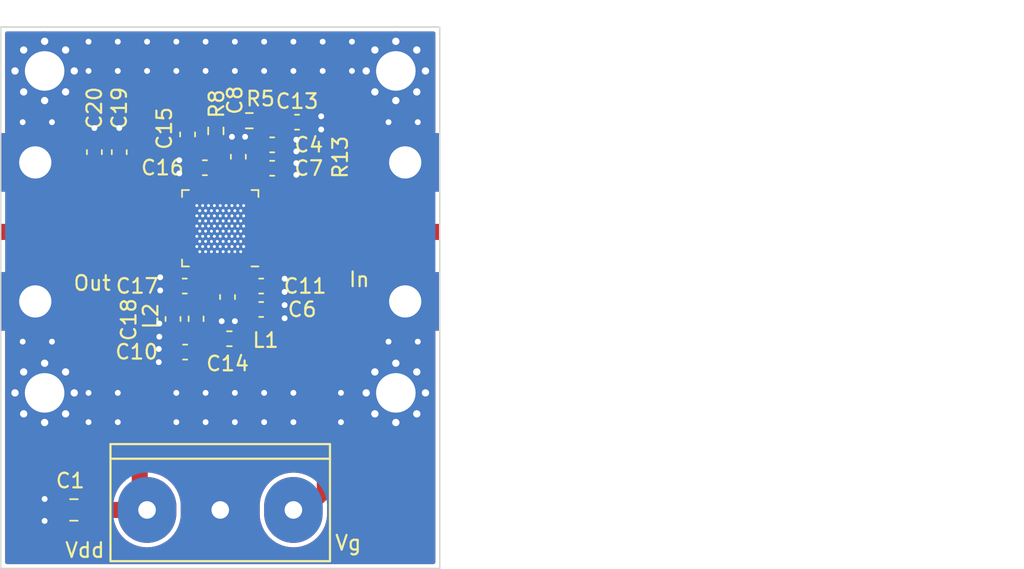
<source format=kicad_pcb>
(kicad_pcb (version 20211014) (generator pcbnew)
  (layers (0 "F.Cu" signal) (31 "B.Cu" signal) (34 "B.Paste" user) (35 "F.Paste" user) (36 "B.SilkS" user "B.Silkscreen") (37 "F.SilkS" user "F.Silkscreen") (38 "B.Mask" user) (39 "F.Mask" user) (44 "Edge.Cuts" user))
  (net 0 "")
  (net 1 "Net-(R13-Pad2)")
  (net 2 "GNDREF")
  (net 3 "Net-(C4-Pad1)")
  (net 4 "Net-(C11-Pad1)")
  (net 5 "Net-(C13-Pad1)")
  (net 6 "+7V-TX")
  (net 7 "Net-(C15-Pad1)")
  (net 8 "Net-(C10-Pad1)")
  (net 9 "Net-(C19-Pad1)")
  (net 10 "Net-(C20-Pad1)")
  (net 11 "Net-(J3-Pad1)")
  (net 12 "Net-(J5-Pad1)")
  (net 14 "Net-(U4-Pad14)")
  (footprint "Capacitor_SMD:C_0603_1608Metric" (layer "F.Cu") (at 169.95 46.61274 180)
    (fp_text reference "C16" (at 2.9 0) (layer "F.SilkS"))
    (fp_text value "1n")
    (pad "1" smd roundrect (at -0.775 0 180) (size 0.9 0.95) (layers "F.Cu" "F.Paste" "F.Mask") (net 7 "Net-(C15-Pad1)"))
    (pad "2" smd roundrect (at 0.775 0 180) (size 0.9 0.95) (layers "F.Cu" "F.Paste" "F.Mask") (net 2 "GNDREF"))
  )
  (footprint "MyFootprints:QFN-32-1EP_5x5mm_P0.5mm_EP3.1x3.1mm_ThermalVias_PMA5-123" (layer "F.Cu") (at 171 50.75 180)
    (fp_text reference "U4" hide)
    (fp_text value "PMA5-123-3W")
    (pad "1" smd roundrect (at -2.4375 -1.75 180) (size 0.875 0.25) (layers "F.Cu" "F.Paste" "F.Mask") (net 2 "GNDREF"))
    (pad "2" smd roundrect (at -2.4375 -1.25 180) (size 0.875 0.25) (layers "F.Cu" "F.Paste" "F.Mask") (net 2 "GNDREF"))
    (pad "3" smd roundrect (at -2.4375 -0.75 180) (size 0.875 0.25) (layers "F.Cu" "F.Paste" "F.Mask") (net 2 "GNDREF"))
    (pad "4" smd roundrect (at -2.4375 -0.25 180) (size 0.875 0.25) (layers "F.Cu" "F.Paste" "F.Mask") (net 11 "Net-(J3-Pad1)"))
    (pad "5" smd roundrect (at -2.4375 0.25 180) (size 0.875 0.25) (layers "F.Cu" "F.Paste" "F.Mask") (net 2 "GNDREF"))
    (pad "6" smd roundrect (at -2.4375 0.75 180) (size 0.875 0.25) (layers "F.Cu" "F.Paste" "F.Mask") (net 2 "GNDREF"))
    (pad "7" smd roundrect (at -2.4375 1.25 180) (size 0.875 0.25) (layers "F.Cu" "F.Paste" "F.Mask") (net 2 "GNDREF"))
    (pad "8" smd roundrect (at -2.4375 1.75 180) (size 0.875 0.25) (layers "F.Cu" "F.Paste" "F.Mask") (net 2 "GNDREF"))
    (pad "9" smd roundrect (at -1.75 2.4375 180) (size 0.25 0.875) (layers "F.Cu" "F.Paste" "F.Mask") (net 3 "Net-(C4-Pad1)"))
    (pad "10" smd roundrect (at -1.25 2.4375 180) (size 0.25 0.875) (layers "F.Cu" "F.Paste" "F.Mask") (net 5 "Net-(C13-Pad1)"))
    (pad "11" smd roundrect (at -0.75 2.4375 180) (size 0.25 0.875) (layers "F.Cu" "F.Paste" "F.Mask") (net 7 "Net-(C15-Pad1)"))
    (pad "12" smd roundrect (at -0.25 2.4375 180) (size 0.25 0.875) (layers "F.Cu" "F.Paste" "F.Mask"))
    (pad "13" smd roundrect (at 0.25 2.4375 180) (size 0.25 0.875) (layers "F.Cu" "F.Paste" "F.Mask") (net 2 "GNDREF"))
    (pad "14" smd roundrect (at 0.75 2.4375 180) (size 0.25 0.875) (layers "F.Cu" "F.Paste" "F.Mask") (net 14 "Net-(U4-Pad14)"))
    (pad "15" smd roundrect (at 1.25 2.4375 180) (size 0.25 0.875) (layers "F.Cu" "F.Paste" "F.Mask") (net 14 "Net-(U4-Pad14)"))
    (pad "16" smd roundrect (at 1.75 2.4375 180) (size 0.25 0.875) (layers "F.Cu" "F.Paste" "F.Mask") (net 14 "Net-(U4-Pad14)"))
    (pad "17" smd roundrect (at 2.4375 1.75 180) (size 0.875 0.25) (layers "F.Cu" "F.Paste" "F.Mask") (net 9 "Net-(C19-Pad1)"))
    (pad "18" smd roundrect (at 2.4375 1.25 180) (size 0.875 0.25) (layers "F.Cu" "F.Paste" "F.Mask") (net 10 "Net-(C20-Pad1)"))
    (pad "19" smd roundrect (at 2.4375 0.75 180) (size 0.875 0.25) (layers "F.Cu" "F.Paste" "F.Mask") (net 2 "GNDREF"))
    (pad "20" smd roundrect (at 2.4375 0.25 180) (size 0.875 0.25) (layers "F.Cu" "F.Paste" "F.Mask") (net 2 "GNDREF"))
    (pad "21" smd roundrect (at 2.4375 -0.25 180) (size 0.875 0.25) (layers "F.Cu" "F.Paste" "F.Mask") (net 12 "Net-(J5-Pad1)"))
    (pad "22" smd roundrect (at 2.4375 -0.75 180) (size 0.875 0.25) (layers "F.Cu" "F.Paste" "F.Mask") (net 2 "GNDREF"))
    (pad "23" smd roundrect (at 2.4375 -1.25 180) (size 0.875 0.25) (layers "F.Cu" "F.Paste" "F.Mask") (net 2 "GNDREF"))
    (pad "24" smd roundrect (at 2.4375 -1.75 180) (size 0.875 0.25) (layers "F.Cu" "F.Paste" "F.Mask") (net 2 "GNDREF"))
    (pad "25" smd roundrect (at 1.75 -2.4375 180) (size 0.25 0.875) (layers "F.Cu" "F.Paste" "F.Mask") (net 6 "+7V-TX"))
    (pad "26" smd roundrect (at 1.25 -2.4375 180) (size 0.25 0.875) (layers "F.Cu" "F.Paste" "F.Mask") (net 6 "+7V-TX"))
    (pad "27" smd roundrect (at 0.75 -2.4375 180) (size 0.25 0.875) (layers "F.Cu" "F.Paste" "F.Mask") (net 6 "+7V-TX"))
    (pad "28" smd roundrect (at 0.25 -2.4375 180) (size 0.25 0.875) (layers "F.Cu" "F.Paste" "F.Mask") (net 2 "GNDREF"))
    (pad "29" smd roundrect (at -0.25 -2.4375 180) (size 0.25 0.875) (layers "F.Cu" "F.Paste" "F.Mask") (net 8 "Net-(C10-Pad1)"))
    (pad "30" smd roundrect (at -0.75 -2.4375 180) (size 0.25 0.875) (layers "F.Cu" "F.Paste" "F.Mask") (net 8 "Net-(C10-Pad1)"))
    (pad "31" smd roundrect (at -1.25 -2.4375 180) (size 0.25 0.875) (layers "F.Cu" "F.Paste" "F.Mask") (net 4 "Net-(C11-Pad1)"))
    (pad "32" smd roundrect (at -1.75 -2.4375 180) (size 0.25 0.875) (layers "F.Cu" "F.Paste" "F.Mask") (net 2 "GNDREF"))
    (pad "33" thru_hole circle (at -0.6 1.2 180) (size 0.4 0.4) (drill 0.2) (layers *.Cu) (net 2 "GNDREF"))
    (pad "33" thru_hole circle (at 0.6 1.2 180) (size 0.4 0.4) (drill 0.2) (layers *.Cu) (net 2 "GNDREF"))
    (pad "33" thru_hole circle (at 0.8 -0.55 180) (size 0.4 0.4) (drill 0.2) (layers *.Cu) (net 2 "GNDREF"))
    (pad "33" thru_hole circle (at 0 0.15 180) (size 0.4 0.4) (drill 0.2) (layers *.Cu) (net 2 "GNDREF"))
    (pad "33" thru_hole circle (at -1 0.5 180) (size 0.4 0.4) (drill 0.2) (layers *.Cu) (net 2 "GNDREF"))
    (pad "33" thru_hole circle (at 0.2 1.2 180) (size 0.4 0.4) (drill 0.2) (layers *.Cu) (net 2 "GNDREF"))
    (pad "33" thru_hole circle (at 0.6 -0.2 180) (size 0.4 0.4) (drill 0.2) (layers *.Cu) (net 2 "GNDREF"))
    (pad "33" thru_hole circle (at 0.6 0.5 180) (size 0.4 0.4) (drill 0.2) (layers *.Cu) (net 2 "GNDREF"))
    (pad "33" thru_hole circle (at 1.2 0.85 180) (size 0.4 0.4) (drill 0.2) (layers *.Cu) (net 2 "GNDREF"))
    (pad "33" thru_hole circle (at -0.4 -0.55 180) (size 0.4 0.4) (drill 0.2) (layers *.Cu) (net 2 "GNDREF"))
    (pad "33" thru_hole circle (at -0.2 -1.6 180) (size 0.4 0.4) (drill 0.2) (layers *.Cu) (net 2 "GNDREF"))
    (pad "33" thru_hole circle (at -1.6 -0.55 180) (size 0.4 0.4) (drill 0.2) (layers *.Cu) (net 2 "GNDREF"))
    (pad "33" thru_hole circle (at 0.2 -0.2 180) (size 0.4 0.4) (drill 0.2) (layers *.Cu) (net 2 "GNDREF"))
    (pad "33" thru_hole circle (at -1.2 -1.25 180) (size 0.4 0.4) (drill 0.2) (layers *.Cu) (net 2 "GNDREF"))
    (pad "33" thru_hole circle (at -1.2 -0.55 180) (size 0.4 0.4) (drill 0.2) (layers *.Cu) (net 2 "GNDREF"))
    (pad "33" thru_hole circle (at -1 -0.9 180) (size 0.4 0.4) (drill 0.2) (layers *.Cu) (net 2 "GNDREF"))
    (pad "33" thru_hole circle (at 0.6 -0.9 180) (size 0.4 0.4) (drill 0.2) (layers *.Cu) (net 2 "GNDREF"))
    (pad "33" smd rect (at 0 0 180) (size 3.1 3.1) (layers "F.Cu" "F.Mask") (net 2 "GNDREF"))
    (pad "33" thru_hole circle (at 1.2 1.55 180) (size 0.4 0.4) (drill 0.2) (layers *.Cu) (net 2 "GNDREF"))
    (pad "33" thru_hole circle (at -0.8 0.15 180) (size 0.4 0.4) (drill 0.2) (layers *.Cu) (net 2 "GNDREF"))
    (pad "33" thru_hole circle (at 1 -1.6 180) (size 0.4 0.4) (drill 0.2) (layers *.Cu) (net 2 "GNDREF"))
    (pad "33" thru_hole circle (at -1.4 0.5 180) (size 0.4 0.4) (drill 0.2) (layers *.Cu) (net 2 "GNDREF"))
    (pad "33" thru_hole circle (at 0 0.85 180) (size 0.4 0.4) (drill 0.2) (layers *.Cu) (net 2 "GNDREF"))
    (pad "33" thru_hole circle (at 0.2 -1.6 180) (size 0.4 0.4) (drill 0.2) (layers *.Cu) (net 2 "GNDREF"))
    (pad "33" thru_hole circle (at 0.2 -0.9 180) (size 0.4 0.4) (drill 0.2) (layers *.Cu) (net 2 "GNDREF"))
    (pad "33" thru_hole circle (at 0.8 0.85 180) (size 0.4 0.4) (drill 0.2) (layers *.Cu) (net 2 "GNDREF"))
    (pad "33" thru_hole circle (at 1 -0.9 180) (size 0.4 0.4) (drill 0.2) (layers *.Cu) (net 2 "GNDREF"))
    (pad "33" smd rect (at 0 0 180) (size 2.5 2.5) (layers "B.Cu") (net 2 "GNDREF"))
    (pad "33" thru_hole circle (at 0.6 -1.6 180) (size 0.4 0.4) (drill 0.2) (layers *.Cu) (net 2 "GNDREF"))
    (pad "33" thru_hole circle (at -0.2 1.2 180) (size 0.4 0.4) (drill 0.2) (layers *.Cu) (net 2 "GNDREF"))
    (pad "33" thru_hole circle (at -0.6 -1.6 180) (size 0.4 0.4) (drill 0.2) (layers *.Cu) (net 2 "GNDREF"))
    (pad "33" thru_hole circle (at -0.6 0.5 180) (size 0.4 0.4) (drill 0.2) (layers *.Cu) (net 2 "GNDREF"))
    (pad "33" thru_hole circle (at 0.4 1.55 180) (size 0.4 0.4) (drill 0.2) (layers *.Cu) (net 2 "GNDREF"))
    (pad "33" thru_hole circle (at -0.2 0.5 180) (size 0.4 0.4) (drill 0.2) (layers *.Cu) (net 2 "GNDREF"))
    (pad "33" thru_hole circle (at -0.2 -0.2 180) (size 0.4 0.4) (drill 0.2) (layers *.Cu) (net 2 "GNDREF"))
    (pad "33" thru_hole circle (at -0.4 0.15 180) (size 0.4 0.4) (drill 0.2) (layers *.Cu) (net 2 "GNDREF"))
    (pad "33" thru_hole circle (at -0.4 0.85 180) (size 0.4 0.4) (drill 0.2) (layers *.Cu) (net 2 "GNDREF"))
    (pad "33" thru_hole circle (at -0.8 -1.25 180) (size 0.4 0.4) (drill 0.2) (layers *.Cu) (net 2 "GNDREF"))
    (pad "33" thru_hole circle (at -1.6 1.55 180) (size 0.4 0.4) (drill 0.2) (layers *.Cu) (net 2 "GNDREF"))
    (pad "33" thru_hole circle (at -1.4 -0.9 180) (size 0.4 0.4) (drill 0.2) (layers *.Cu) (net 2 "GNDREF"))
    (pad "33" thru_hole circle (at 0.2 0.5 180) (size 0.4 0.4) (drill 0.2) (layers *.Cu) (net 2 "GNDREF"))
    (pad "33" thru_hole circle (at 0.8 1.55 180) (size 0.4 0.4) (drill 0.2) (layers *.Cu) (net 2 "GNDREF"))
    (pad "33" thru_hole circle (at -0.8 -0.55 180) (size 0.4 0.4) (drill 0.2) (layers *.Cu) (net 2 "GNDREF"))
    (pad "33" thru_hole circle (at 0.4 -0.55 180) (size 0.4 0.4) (drill 0.2) (layers *.Cu) (net 2 "GNDREF"))
    (pad "33" thru_hole circle (at 0 1.55 180) (size 0.4 0.4) (drill 0.2) (layers *.Cu) (net 2 "GNDREF"))
    (pad "33" thru_hole circle (at -1.6 -1.25 180) (size 0.4 0.4) (drill 0.2) (layers *.Cu) (net 2 "GNDREF"))
    (pad "33" thru_hole circle (at 0 -1.25 180) (size 0.4 0.4) (drill 0.2) (layers *.Cu) (net 2 "GNDREF"))
    (pad "33" thru_hole circle (at -0.2 -0.9 180) (size 0.4 0.4) (drill 0.2) (layers *.Cu) (net 2 "GNDREF"))
    (pad "33" thru_hole circle (at 1 0.5 180) (size 0.4 0.4) (drill 0.2) (layers *.Cu) (net 2 "GNDREF"))
    (pad "33" thru_hole circle (at 1.6 0.15 180) (size 0.4 0.4) (drill 0.2) (layers *.Cu) (net 2 "GNDREF"))
    (pad "33" thru_hole circle (at -1.2 0.15 180) (size 0.4 0.4) (drill 0.2) (layers *.Cu) (net 2 "GNDREF"))
    (pad "33" thru_hole circle (at -1.4 -0.2 180) (size 0.4 0.4) (drill 0.2) (layers *.Cu) (net 2 "GNDREF"))
    (pad "33" thru_hole circle (at -1.2 1.55 180) (size 0.4 0.4) (drill 0.2) (layers *.Cu) (net 2 "GNDREF"))
    (pad "33" thru_hole circle (at -0.8 0.85 180) (size 0.4 0.4) (drill 0.2) (layers *.Cu) (net 2 "GNDREF"))
    (pad "33" thru_hole circle (at -1 1.2 180) (size 0.4 0.4) (drill 0.2) (layers *.Cu) (net 2 "GNDREF"))
    (pad "33" thru_hole circle (at -0.6 -0.9 180) (size 0.4 0.4) (drill 0.2) (layers *.Cu) (net 2 "GNDREF"))
    (pad "33" thru_hole circle (at 1.2 -0.55 180) (size 0.4 0.4) (drill 0.2) (layers *.Cu) (net 2 "GNDREF"))
    (pad "33" thru_hole circle (at -0.6 -0.2 180) (size 0.4 0.4) (drill 0.2) (layers *.Cu) (net 2 "GNDREF"))
    (pad "33" thru_hole circle (at -1.4 -1.6 180) (size 0.4 0.4) (drill 0.2) (layers *.Cu) (net 2 "GNDREF"))
    (pad "33" thru_hole circle (at -0.4 -1.25 180) (size 0.4 0.4) (drill 0.2) (layers *.Cu) (net 2 "GNDREF"))
    (pad "33" thru_hole circle (at 1.4 -0.9 180) (size 0.4 0.4) (drill 0.2) (layers *.Cu) (net 2 "GNDREF"))
    (pad "33" thru_hole circle (at 0.4 -1.25 180) (size 0.4 0.4) (drill 0.2) (layers *.Cu) (net 2 "GNDREF"))
    (pad "33" thru_hole circle (at -1.6 0.85 180) (size 0.4 0.4) (drill 0.2) (layers *.Cu) (net 2 "GNDREF"))
    (pad "33" thru_hole circle (at 1.6 0.85 180) (size 0.4 0.4) (drill 0.2) (layers *.Cu) (net 2 "GNDREF"))
    (pad "33" thru_hole circle (at 1.4 1.2 180) (size 0.4 0.4) (drill 0.2) (layers *.Cu) (net 2 "GNDREF"))
    (pad "33" thru_hole circle (at 1 1.2 180) (size 0.4 0.4) (drill 0.2) (layers *.Cu) (net 2 "GNDREF"))
    (pad "33" thru_hole circle (at 0.8 0.15 180) (size 0.4 0.4) (drill 0.2) (layers *.Cu) (net 2 "GNDREF"))
    (pad "33" thru_hole circle (at -0.8 1.55 180) (size 0.4 0.4) (drill 0.2) (layers *.Cu) (net 2 "GNDREF"))
    (pad "33" thru_hole circle (at -1.6 0.15 180) (size 0.4 0.4) (drill 0.2) (layers *.Cu) (net 2 "GNDREF"))
    (pad "33" thru_hole circle (at 1.6 1.55 180) (size 0.4 0.4) (drill 0.2) (layers *.Cu) (net 2 "GNDREF"))
    (pad "33" thru_hole circle (at -1 -0.2 180) (size 0.4 0.4) (drill 0.2) (layers *.Cu) (net 2 "GNDREF"))
    (pad "33" thru_hole circle (at -1.2 0.85 180) (size 0.4 0.4) (drill 0.2) (layers *.Cu) (net 2 "GNDREF"))
    (pad "33" thru_hole circle (at 1.6 -0.55 180) (size 0.4 0.4) (drill 0.2) (layers *.Cu) (net 2 "GNDREF"))
    (pad "33" thru_hole circle (at 1.4 0.5 180) (size 0.4 0.4) (drill 0.2) (layers *.Cu) (net 2 "GNDREF"))
    (pad "33" thru_hole circle (at 1.4 -1.6 180) (size 0.4 0.4) (drill 0.2) (layers *.Cu) (net 2 "GNDREF"))
    (pad "33" thru_hole circle (at -1 -1.6 180) (size 0.4 0.4) (drill 0.2) (layers *.Cu) (net 2 "GNDREF"))
    (pad "33" thru_hole circle (at 1.2 0.15 180) (size 0.4 0.4) (drill 0.2) (layers *.Cu) (net 2 "GNDREF"))
    (pad "33" thru_hole circle (at 0 -0.55 180) (size 0.4 0.4) (drill 0.2) (layers *.Cu) (net 2 "GNDREF"))
    (pad "33" thru_hole circle (at 1.6 -1.25 180) (size 0.4 0.4) (drill 0.2) (layers *.Cu) (net 2 "GNDREF"))
    (pad "33" thru_hole circle (at 0.8 -1.25 180) (size 0.4 0.4) (drill 0.2) (layers *.Cu) (net 2 "GNDREF"))
    (pad "33" thru_hole circle (at 0.4 0.85 180) (size 0.4 0.4) (drill 0.2) (layers *.Cu) (net 2 "GNDREF"))
    (pad "33" thru_hole circle (at -1.4 1.2 180) (size 0.4 0.4) (drill 0.2) (layers *.Cu) (net 2 "GNDREF"))
    (pad "33" thru_hole circle (at 1.2 -1.25 180) (size 0.4 0.4) (drill 0.2) (layers *.Cu) (net 2 "GNDREF"))
    (pad "33" thru_hole circle (at 0.4 0.15 180) (size 0.4 0.4) (drill 0.2) (layers *.Cu) (net 2 "GNDREF"))
    (pad "33" thru_hole circle (at 1 -0.2 180) (size 0.4 0.4) (drill 0.2) (layers *.Cu) (net 2 "GNDREF"))
    (pad "33" thru_hole circle (at 1.4 -0.2 180) (size 0.4 0.4) (drill 0.2) (layers *.Cu) (net 2 "GNDREF"))
    (pad "33" thru_hole circle (at -0.4 1.55 180) (size 0.4 0.4) (drill 0.2) (layers *.Cu) (net 2 "GNDREF"))
  )
  (footprint "Capacitor_SMD:C_0603_1608Metric" (layer "F.Cu") (at 167.775 56.95 -90)
    (fp_text reference "C18" (at 0.05 3.025 90) (layer "F.SilkS"))
    (fp_text value "100n")
    (pad "1" smd roundrect (at -0.775 0 270) (size 0.9 0.95) (layers "F.Cu" "F.Paste" "F.Mask") (net 6 "+7V-TX"))
    (pad "2" smd roundrect (at 0.775 0 270) (size 0.9 0.95) (layers "F.Cu" "F.Paste" "F.Mask") (net 2 "GNDREF"))
  )
  (footprint "Capacitor_SMD:C_0603_1608Metric" (layer "F.Cu") (at 176.25 43.5)
    (fp_text reference "C13" (at 0 -1.43) (layer "F.SilkS"))
    (fp_text value "1n")
    (pad "1" smd roundrect (at -0.775 0) (size 0.9 0.95) (layers "F.Cu" "F.Paste" "F.Mask") (net 5 "Net-(C13-Pad1)"))
    (pad "2" smd roundrect (at 0.775 0) (size 0.9 0.95) (layers "F.Cu" "F.Paste" "F.Mask") (net 2 "GNDREF"))
  )
  (footprint "Capacitor_SMD:C_0603_1608Metric" (layer "F.Cu") (at 164.1 45.55 90)
    (fp_text reference "C19" (at 3 0 90) (layer "F.SilkS"))
    (fp_text value "100n")
    (pad "1" smd roundrect (at -0.775 0 90) (size 0.9 0.95) (layers "F.Cu" "F.Paste" "F.Mask") (net 9 "Net-(C19-Pad1)"))
    (pad "2" smd roundrect (at 0.775 0 90) (size 0.9 0.95) (layers "F.Cu" "F.Paste" "F.Mask") (net 2 "GNDREF"))
  )
  (footprint "Inductor_SMD:L_0603_1608Metric" (layer "F.Cu") (at 171.625 58.3 180)
    (fp_text reference "L1" (at -2.475 -0.1) (layer "F.SilkS"))
    (fp_text value "L")
    (pad "1" smd roundrect (at -0.7875 0 180) (size 0.875 0.95) (layers "F.Cu" "F.Paste" "F.Mask") (net 4 "Net-(C11-Pad1)"))
    (pad "2" smd roundrect (at 0.7875 0 180) (size 0.875 0.95) (layers "F.Cu" "F.Paste" "F.Mask") (net 8 "Net-(C10-Pad1)"))
  )
  (footprint "MyFootprints:SMA_clamp" (layer "F.Cu") (at 183.64 51 180)
    (fp_text reference "J3" hide)
    (fp_text value "SMA")
    (pad "1" smd rect (at 0 0 180) (size 4.7 1.1) (layers "F.Cu" "F.Paste" "F.Mask") (net 11 "Net-(J3-Pad1)"))
    (pad "2" thru_hole rect (at 0 -4.75 180) (size 4.7 4) (drill 2.2) (layers *.Cu *.Mask) (net 2 "GNDREF"))
    (pad "2" thru_hole rect (at 0 4.75 180) (size 4.7 4) (drill 2.2) (layers *.Cu *.Mask) (net 2 "GNDREF"))
  )
  (footprint "MountingHole:MountingHole_2.7mm_M2.5_Pad_Via" (layer "F.Cu") (at 159 62)
    (fp_text reference "H5" hide)
    (fp_text value "~")
    (pad "1" thru_hole circle (at -1.431891 -1.431891) (size 0.8 0.8) (drill 0.5) (layers *.Cu *.Mask) (net 2 "GNDREF"))
    (pad "1" thru_hole circle (at 2.025 0) (size 0.8 0.8) (drill 0.5) (layers *.Cu *.Mask) (net 2 "GNDREF"))
    (pad "1" thru_hole circle (at 0 2.025) (size 0.8 0.8) (drill 0.5) (layers *.Cu *.Mask) (net 2 "GNDREF"))
    (pad "1" thru_hole circle (at 1.431891 1.431891) (size 0.8 0.8) (drill 0.5) (layers *.Cu *.Mask) (net 2 "GNDREF"))
    (pad "1" thru_hole circle (at 0 -2.025) (size 0.8 0.8) (drill 0.5) (layers *.Cu *.Mask) (net 2 "GNDREF"))
    (pad "1" thru_hole circle (at -2.025 0) (size 0.8 0.8) (drill 0.5) (layers *.Cu *.Mask) (net 2 "GNDREF"))
    (pad "1" thru_hole circle (at 1.431891 -1.431891) (size 0.8 0.8) (drill 0.5) (layers *.Cu *.Mask) (net 2 "GNDREF"))
    (pad "1" thru_hole circle (at -1.431891 1.431891) (size 0.8 0.8) (drill 0.5) (layers *.Cu *.Mask) (net 2 "GNDREF"))
    (pad "1" thru_hole circle (at 0 0) (size 5.4 5.4) (drill 2.7) (layers *.Cu *.Mask) (net 2 "GNDREF"))
  )
  (footprint "Capacitor_SMD:C_0603_1608Metric" (layer "F.Cu") (at 173.8 56.3)
    (fp_text reference "C6" (at 2.8 0) (layer "F.SilkS"))
    (fp_text value "100n")
    (pad "1" smd roundrect (at -0.775 0) (size 0.9 0.95) (layers "F.Cu" "F.Paste" "F.Mask") (net 4 "Net-(C11-Pad1)"))
    (pad "2" smd roundrect (at 0.775 0) (size 0.9 0.95) (layers "F.Cu" "F.Paste" "F.Mask") (net 2 "GNDREF"))
  )
  (footprint "Resistor_SMD:R_2010_5025Metric" (layer "F.Cu") (at 178 51 -90)
    (fp_text reference "R13" (at -5.1 -1.2 90) (layer "F.SilkS"))
    (fp_text value "0R")
    (pad "1" smd roundrect (at -2.3125 0 270) (size 1.225 2.65) (layers "F.Cu" "F.Paste" "F.Mask") (roundrect_rratio 0.2040816327) (net 7 "Net-(C15-Pad1)"))
    (pad "2" smd roundrect (at 2.3125 0 270) (size 1.225 2.65) (layers "F.Cu" "F.Paste" "F.Mask") (roundrect_rratio 0.2040816327) (net 1 "Net-(R13-Pad2)"))
  )
  (footprint "Capacitor_SMD:C_0603_1608Metric" (layer "F.Cu") (at 171.5 55.45 -90)
    (fp_text reference "C14" (at 4.55 0 180) (layer "F.SilkS"))
    (fp_text value "1n")
    (pad "1" smd roundrect (at -0.775 0 270) (size 0.9 0.95) (layers "F.Cu" "F.Paste" "F.Mask") (net 8 "Net-(C10-Pad1)"))
    (pad "2" smd roundrect (at 0.775 0 270) (size 0.9 0.95) (layers "F.Cu" "F.Paste" "F.Mask") (net 2 "GNDREF"))
  )
  (footprint "Capacitor_SMD:C_0603_1608Metric" (layer "F.Cu") (at 172.23774 45.86274 90)
    (fp_text reference "C8" (at 3.86274 -0.23774 90) (layer "F.SilkS"))
    (fp_text value "100n")
    (pad "1" smd roundrect (at -0.775 0 90) (size 0.9 0.95) (layers "F.Cu" "F.Paste" "F.Mask") (net 5 "Net-(C13-Pad1)"))
    (pad "2" smd roundrect (at 0.775 0 90) (size 0.9 0.95) (layers "F.Cu" "F.Paste" "F.Mask") (net 2 "GNDREF"))
  )
  (footprint "MountingHole:MountingHole_2.7mm_M2.5_Pad_Via" (layer "F.Cu") (at 183 40)
    (fp_text reference "H1" hide)
    (fp_text value "~")
    (pad "1" thru_hole circle (at 0 -2.025) (size 0.8 0.8) (drill 0.5) (layers *.Cu *.Mask) (net 2 "GNDREF"))
    (pad "1" thru_hole circle (at 1.431891 1.431891) (size 0.8 0.8) (drill 0.5) (layers *.Cu *.Mask) (net 2 "GNDREF"))
    (pad "1" thru_hole circle (at 1.431891 -1.431891) (size 0.8 0.8) (drill 0.5) (layers *.Cu *.Mask) (net 2 "GNDREF"))
    (pad "1" thru_hole circle (at -1.431891 1.431891) (size 0.8 0.8) (drill 0.5) (layers *.Cu *.Mask) (net 2 "GNDREF"))
    (pad "1" thru_hole circle (at -2.025 0) (size 0.8 0.8) (drill 0.5) (layers *.Cu *.Mask) (net 2 "GNDREF"))
    (pad "1" thru_hole circle (at 0 2.025) (size 0.8 0.8) (drill 0.5) (layers *.Cu *.Mask) (net 2 "GNDREF"))
    (pad "1" thru_hole circle (at 2.025 0) (size 0.8 0.8) (drill 0.5) (layers *.Cu *.Mask) (net 2 "GNDREF"))
    (pad "1" thru_hole circle (at 0 0) (size 5.4 5.4) (drill 2.7) (layers *.Cu *.Mask) (net 2 "GNDREF"))
    (pad "1" thru_hole circle (at -1.431891 -1.431891) (size 0.8 0.8) (drill 0.5) (layers *.Cu *.Mask) (net 2 "GNDREF"))
  )
  (footprint "MountingHole:MountingHole_2.7mm_M2.5_Pad_Via" (layer "F.Cu") (at 159 40)
    (fp_text reference "H4" hide)
    (fp_text value "~")
    (pad "1" thru_hole circle (at 1.431891 -1.431891) (size 0.8 0.8) (drill 0.5) (layers *.Cu *.Mask) (net 2 "GNDREF"))
    (pad "1" thru_hole circle (at 1.431891 1.431891) (size 0.8 0.8) (drill 0.5) (layers *.Cu *.Mask) (net 2 "GNDREF"))
    (pad "1" thru_hole circle (at 0 2.025) (size 0.8 0.8) (drill 0.5) (layers *.Cu *.Mask) (net 2 "GNDREF"))
    (pad "1" thru_hole circle (at -1.431891 -1.431891) (size 0.8 0.8) (drill 0.5) (layers *.Cu *.Mask) (net 2 "GNDREF"))
    (pad "1" thru_hole circle (at 2.025 0) (size 0.8 0.8) (drill 0.5) (layers *.Cu *.Mask) (net 2 "GNDREF"))
    (pad "1" thru_hole circle (at 0 -2.025) (size 0.8 0.8) (drill 0.5) (layers *.Cu *.Mask) (net 2 "GNDREF"))
    (pad "1" thru_hole circle (at -1.431891 1.431891) (size 0.8 0.8) (drill 0.5) (layers *.Cu *.Mask) (net 2 "GNDREF"))
    (pad "1" thru_hole circle (at -2.025 0) (size 0.8 0.8) (drill 0.5) (layers *.Cu *.Mask) (net 2 "GNDREF"))
    (pad "1" thru_hole circle (at 0 0) (size 5.4 5.4) (drill 2.7) (layers *.Cu *.Mask) (net 2 "GNDREF"))
  )
  (footprint "Resistor_SMD:R_0603_1608Metric" (layer "F.Cu") (at 172.98774 43.4 180)
    (fp_text reference "R5" (at -0.76226 1.5) (layer "F.SilkS"))
    (fp_text value "100R")
    (pad "1" smd roundrect (at -0.825 0 180) (size 0.8 0.95) (layers "F.Cu" "F.Paste" "F.Mask") (net 3 "Net-(C4-Pad1)"))
    (pad "2" smd roundrect (at 0.825 0 180) (size 0.8 0.95) (layers "F.Cu" "F.Paste" "F.Mask") (net 5 "Net-(C13-Pad1)"))
  )
  (footprint "Capacitor_SMD:C_0603_1608Metric" (layer "F.Cu") (at 173.8 54.7)
    (fp_text reference "C11" (at 3 0) (layer "F.SilkS"))
    (fp_text value "1n")
    (pad "1" smd roundrect (at -0.775 0) (size 0.9 0.95) (layers "F.Cu" "F.Paste" "F.Mask") (net 4 "Net-(C11-Pad1)"))
    (pad "2" smd roundrect (at 0.775 0) (size 0.9 0.95) (layers "F.Cu" "F.Paste" "F.Mask") (net 2 "GNDREF"))
  )
  (footprint "Inductor_SMD:L_0603_1608Metric" (layer "F.Cu") (at 169.35 56.9375 90)
    (fp_text reference "L2" (at 0.1875 -3.1 90) (layer "F.SilkS"))
    (fp_text value "L")
    (pad "1" smd roundrect (at -0.7875 0 90) (size 0.875 0.95) (layers "F.Cu" "F.Paste" "F.Mask") (net 8 "Net-(C10-Pad1)"))
    (pad "2" smd roundrect (at 0.7875 0 90) (size 0.875 0.95) (layers "F.Cu" "F.Paste" "F.Mask") (net 6 "+7V-TX"))
  )
  (footprint "MyFootprints:KF301-3P" (layer "F.Cu") (at 171 70 180)
    (fp_text reference "J1" hide)
    (fp_text value "8V-DC" hide)
    (pad "1" thru_hole oval locked (at -5 0 180) (size 4 4.5) (drill 1.2) (layers *.Cu *.Mask) (net 1 "Net-(R13-Pad2)"))
    (pad "2" thru_hole oval locked (at 0 0 180) (size 4 4.5) (drill 1.2) (layers *.Cu *.Mask) (net 2 "GNDREF"))
    (pad "3" thru_hole oval locked (at 5 0 180) (size 4 4.5) (drill 1.2) (layers *.Cu *.Mask) (net 6 "+7V-TX"))
  )
  (footprint "Capacitor_SMD:C_0603_1608Metric" (layer "F.Cu") (at 168.6 59.2125 180)
    (fp_text reference "C10" (at 3.3125 0.0125) (layer "F.SilkS"))
    (fp_text value "100n")
    (pad "1" smd roundrect (at -0.775 0 180) (size 0.9 0.95) (layers "F.Cu" "F.Paste" "F.Mask") (net 8 "Net-(C10-Pad1)"))
    (pad "2" smd roundrect (at 0.775 0 180) (size 0.9 0.95) (layers "F.Cu" "F.Paste" "F.Mask") (net 2 "GNDREF"))
  )
  (footprint "Capacitor_SMD:C_0603_1608Metric" (layer "F.Cu") (at 174.55 46.65)
    (fp_text reference "C7" (at 2.5 0) (layer "F.SilkS"))
    (fp_text value "1n")
    (pad "1" smd roundrect (at -0.775 0) (size 0.9 0.95) (layers "F.Cu" "F.Paste" "F.Mask") (net 3 "Net-(C4-Pad1)"))
    (pad "2" smd roundrect (at 0.775 0) (size 0.9 0.95) (layers "F.Cu" "F.Paste" "F.Mask") (net 2 "GNDREF"))
  )
  (footprint "MyFootprints:SMA_clamp" (layer "F.Cu") (at 158.36 51 180)
    (fp_text reference "J5" hide)
    (fp_text value "SMA")
    (pad "1" smd rect (at 0 0 180) (size 4.7 1.1) (layers "F.Cu" "F.Paste" "F.Mask") (net 12 "Net-(J5-Pad1)"))
    (pad "2" thru_hole rect (at 0 -4.75 180) (size 4.7 4) (drill 2.2) (layers *.Cu *.Mask) (net 2 "GNDREF"))
    (pad "2" thru_hole rect (at 0 4.75 180) (size 4.7 4) (drill 2.2) (layers *.Cu *.Mask) (net 2 "GNDREF"))
  )
  (footprint "Capacitor_SMD:C_0603_1608Metric" (layer "F.Cu") (at 162.4 45.55 90)
    (fp_text reference "C20" (at 3 0 90) (layer "F.SilkS"))
    (fp_text value "100n")
    (pad "1" smd roundrect (at -0.775 0 90) (size 0.9 0.95) (layers "F.Cu" "F.Paste" "F.Mask") (net 10 "Net-(C20-Pad1)"))
    (pad "2" smd roundrect (at 0.775 0 90) (size 0.9 0.95) (layers "F.Cu" "F.Paste" "F.Mask") (net 2 "GNDREF"))
  )
  (footprint "Capacitor_SMD:C_0603_1608Metric" (layer "F.Cu") (at 174.55 45.05)
    (fp_text reference "C4" (at 2.5 0) (layer "F.SilkS"))
    (fp_text value "100n")
    (pad "1" smd roundrect (at -0.775 0) (size 0.9 0.95) (layers "F.Cu" "F.Paste" "F.Mask") (net 3 "Net-(C4-Pad1)"))
    (pad "2" smd roundrect (at 0.775 0) (size 0.9 0.95) (layers "F.Cu" "F.Paste" "F.Mask") (net 2 "GNDREF"))
  )
  (footprint "Capacitor_SMD:C_0805_2012Metric" (layer "F.Cu") (at 161 70 180)
    (fp_text reference "C1" (at 0.25 2) (layer "F.SilkS"))
    (fp_text value "10u")
    (pad "1" smd roundrect (at -0.95 0 180) (size 1 1.45) (layers "F.Cu" "F.Paste" "F.Mask") (net 6 "+7V-TX"))
    (pad "2" smd roundrect (at 0.95 0 180) (size 1 1.45) (layers "F.Cu" "F.Paste" "F.Mask") (net 2 "GNDREF"))
  )
  (footprint "Capacitor_SMD:C_0603_1608Metric" (layer "F.Cu") (at 168.77 44.34 -90)
    (fp_text reference "C15" (at -0.41274 1.58774 90) (layer "F.SilkS"))
    (fp_text value "100n")
    (pad "1" smd roundrect (at -0.775 0 270) (size 0.9 0.95) (layers "F.Cu" "F.Paste" "F.Mask") (net 7 "Net-(C15-Pad1)"))
    (pad "2" smd roundrect (at 0.775 0 270) (size 0.9 0.95) (layers "F.Cu" "F.Paste" "F.Mask") (net 2 "GNDREF"))
  )
  (footprint "Resistor_SMD:R_0603_1608Metric" (layer "F.Cu") (at 170.7 44.1 90)
    (fp_text reference "R8" (at 1.85 0.05 90) (layer "F.SilkS"))
    (fp_text value "0R")
    (pad "1" smd roundrect (at -0.825 0 90) (size 0.8 0.95) (layers "F.Cu" "F.Paste" "F.Mask") (net 5 "Net-(C13-Pad1)"))
    (pad "2" smd roundrect (at 0.825 0 90) (size 0.8 0.95) (layers "F.Cu" "F.Paste" "F.Mask") (net 7 "Net-(C15-Pad1)"))
  )
  (footprint "Capacitor_SMD:C_0603_1608Metric" (layer "F.Cu") (at 168.575 54.7 180)
    (fp_text reference "C17" (at 3.25 0) (layer "F.SilkS"))
    (fp_text value "1n")
    (pad "1" smd roundrect (at -0.775 0 180) (size 0.9 0.95) (layers "F.Cu" "F.Paste" "F.Mask") (net 6 "+7V-TX"))
    (pad "2" smd roundrect (at 0.775 0 180) (size 0.9 0.95) (layers "F.Cu" "F.Paste" "F.Mask") (net 2 "GNDREF"))
  )
  (footprint "MountingHole:MountingHole_2.7mm_M2.5_Pad_Via" (layer "F.Cu") (at 183 62)
    (fp_text reference "H6" hide)
    (fp_text value "~")
    (pad "1" thru_hole circle (at -1.431891 1.431891) (size 0.8 0.8) (drill 0.5) (layers *.Cu *.Mask) (net 2 "GNDREF"))
    (pad "1" thru_hole circle (at -1.431891 -1.431891) (size 0.8 0.8) (drill 0.5) (layers *.Cu *.Mask) (net 2 "GNDREF"))
    (pad "1" thru_hole circle (at 0 2.025) (size 0.8 0.8) (drill 0.5) (layers *.Cu *.Mask) (net 2 "GNDREF"))
    (pad "1" thru_hole circle (at 1.431891 1.431891) (size 0.8 0.8) (drill 0.5) (layers *.Cu *.Mask) (net 2 "GNDREF"))
    (pad "1" thru_hole circle (at 0 -2.025) (size 0.8 0.8) (drill 0.5) (layers *.Cu *.Mask) (net 2 "GNDREF"))
    (pad "1" thru_hole circle (at -2.025 0) (size 0.8 0.8) (drill 0.5) (layers *.Cu *.Mask) (net 2 "GNDREF"))
    (pad "1" thru_hole circle (at 1.431891 -1.431891) (size 0.8 0.8) (drill 0.5) (layers *.Cu *.Mask) (net 2 "GNDREF"))
    (pad "1" thru_hole circle (at 2.025 0) (size 0.8 0.8) (drill 0.5) (layers *.Cu *.Mask) (net 2 "GNDREF"))
    (pad "1" thru_hole circle (at 0 0) (size 5.4 5.4) (drill 2.7) (layers *.Cu *.Mask) (net 2 "GNDREF"))
  )
  (gr_rect (start 156 37) (end 186 74) (layer "Edge.Cuts") (width 0.1) (fill none))
  (gr_text "Vg" (at 179.75 72.25) (layer "F.SilkS") (effects (font (size 1 1))))
  (gr_text "Vdd" (at 161.75 72.75) (layer "F.SilkS") (effects (font (size 1 1))))
  (gr_text "Out" (at 162.25 54.5) (layer "F.SilkS") (effects (font (size 1 1))))
  (gr_text "In" (at 180.5 54.25) (layer "F.SilkS") (effects (font (size 1 1))))
  (segment (start 177 70) (end 176 70) (width 0.8) (layer "F.Cu") (net 1))
  (segment (start 178 69) (end 177 70) (width 0.8) (layer "F.Cu") (net 1))
  (segment (start 178 53.3125) (end 178 69) (width 0.8) (layer "F.Cu") (net 1))
  (segment (start 175.325 46.65) (end 175.75 46.65) (width 0.5) (layer "F.Cu") (net 2))
  (segment (start 171.5 56.7) (end 171.1 57.1) (width 0.5) (layer "F.Cu") (net 2))
  (segment (start 169.133644 52) (end 169.25 52) (width 0.3) (layer "F.Cu") (net 2))
  (segment (start 171.75 51.5) (end 171 50.75) (width 0.3) (layer "F.Cu") (net 2))
  (segment (start 167.5 54.7) (end 166.9 54.1) (width 0.5) (layer "F.Cu") (net 2))
  (segment (start 175.325 45.05) (end 175.85 45.05) (width 0.5) (layer "F.Cu") (net 2))
  (segment (start 174.575 56.3) (end 175.1 56.3) (width 0.3) (layer "F.Cu") (net 2))
  (segment (start 167.8375 59.2125) (end 167.4875 59.2125) (width 0.5) (layer "F.Cu") (net 2))
  (segment (start 173.4375 49.5) (end 172.75 49.5) (width 0.3) (layer "F.Cu") (net 2))
  (segment (start 167.8 54.7) (end 167.5 54.7) (width 0.5) (layer "F.Cu") (net 2))
  (segment (start 173.4375 49) (end 173.25 49) (width 0.25) (layer "F.Cu") (net 2))
  (segment (start 170.75 50.5) (end 171 50.75) (width 0.25) (layer "F.Cu") (net 2))
  (segment (start 174.8 56.3) (end 175.4 56.9) (width 0.3) (layer "F.Cu") (net 2))
  (segment (start 168.633644 52.5) (end 169.133644 52) (width 0.3) (layer "F.Cu") (net 2))
  (segment (start 174.575 54.7) (end 174.9 54.7) (width 0.3) (layer "F.Cu") (net 2))
  (segment (start 169.75 52) (end 170 51.75) (width 0.3) (layer "F.Cu") (net 2))
  (segment (start 171.75 50) (end 171 50.75) (width 0.3) (layer "F.Cu") (net 2))
  (segment (start 170.75 52) (end 171 51.75) (width 0.3) (layer "F.Cu") (net 2))
  (segment (start 175.325 45.05) (end 175.75 45.05) (width 0.5) (layer "F.Cu") (net 2))
  (segment (start 171.5 56.6) (end 172 57.1) (width 0.5) (layer "F.Cu") (net 2))
  (segment (start 169.175 46.61274) (end 168.71274 46.61274) (width 0.5) (layer "F.Cu") (net 2))
  (segment (start 175.85 45.05) (end 176.2 44.7) (width 0.5) (layer "F.Cu") (net 2))
  (segment (start 175.325 46.65) (end 175.85 46.65) (width 0.5) (layer "F.Cu") (net 2))
  (segment (start 171.5 56.225) (end 171.5 56.6) (width 0.5) (layer "F.Cu") (net 2))
  (segment (start 171.25 50.5) (end 171 50.75) (width 0.3) (layer "F.Cu") (net 2))
  (segment (start 170.25 51.5) (end 171 50.75) (width 0.3) (layer "F.Cu") (net 2))
  (segment (start 174.575 54.7) (end 175 54.7) (width 0.3) (layer "F.Cu") (net 2))
  (segment (start 168.5625 52) (end 169.25 52) (width 0.3) (layer "F.Cu") (net 2))
  (segment (start 172.75 53.1875) (end 172.75 52.5) (width 0.3) (layer "F.Cu") (net 2))
  (segment (start 167.3625 57.6375) (end 166.8375 58.1625) (width 0.5) (layer "F.Cu") (net 2))
  (segment (start 173.4375 52) (end 172.25 52) (width 0.3) (layer "F.Cu") (net 2))
  (segment (start 173.25 49) (end 172.75 49.5) (width 0.25) (layer "F.Cu") (net 2))
  (segment (start 168.5625 51.5) (end 170.25 51.5) (width 0.3) (layer "F.Cu") (net 2))
  (segment (start 177.025 43.5) (end 177.5 43.5) (width 0.5) (layer "F.Cu") (net 2))
  (segment (start 167.2125 57.6375) (end 166.8375 57.2625) (width 0.5) (layer "F.Cu") (net 2))
  (segment (start 168.5625 52.5) (end 168.633644 52.5) (width 0.3) (layer "F.Cu") (net 2))
  (segment (start 168.78774 45.18774) (end 168.78774 45.51226) (width 0.5) (layer "F.Cu") (net 2))
  (segment (start 174.9 54.7) (end 175.4 54.2) (width 0.3) (layer "F.Cu") (net 2))
  (segment (start 175.1 56.3) (end 175.4 56) (width 0.3) (layer "F.Cu") (net 2))
  (segment (start 172.75 49.5) (end 172.25 49.5) (width 0.3) (layer "F.Cu") (net 2))
  (segment (start 171.5 56.225) (end 171.5 56.7) (width 0.5) (layer "F.Cu") (net 2))
  (segment (start 170.25 50) (end 171 50.75) (width 0.3) (layer "F.Cu") (net 2))
  (segment (start 175.75 45.05) (end 176.2 45.5) (width 0.5) (layer "F.Cu") (net 2))
  (segment (start 173.4375 50.5) (end 171.25 50.5) (width 0.3) (layer "F.Cu") (net 2))
  (segment (start 167.2 54.7) (end 166.9 55) (width 0.5) (layer "F.Cu") (net 2))
  (segment (start 177.025 43.5) (end 177.4 43.5) (width 0.5) (layer "F.Cu") (net 2))
  (segment (start 168.58726 46.61274) (end 168.2 47) (width 0.5) (layer "F.Cu") (net 2))
  (segment (start 167.0125 59.2125) (end 166.8 59) (width 0.5) (layer "F.Cu") (net 2))
  (segment (start 168.5625 50.5) (end 170.75 50.5) (width 0.3) (layer "F.Cu") (net 2))
  (segment (start 167.8 54.7) (end 167.2 54.7) (width 0.5) (layer "F.Cu") (net 2))
  (segment (start 175 54.7) (end 175.4 55.1) (width 0.3) (layer "F.Cu") (net 2))
  (segment (start 172.25 49.5) (end 171 50.75) (width 0.3) (layer "F.Cu") (net 2))
  (segment (start 167.4875 59.2125) (end 166.8 59.9) (width 0.5) (layer "F.Cu") (net 2))
  (segment (start 173.4375 52.5) (end 172.75 52.5) (width 0.3) (layer "F.Cu") (net 2))
  (segment (start 173.4375 51.5) (end 171.75 51.5) (width 0.3) (layer "F.Cu") (net 2))
  (segment (start 168.5625 50) (end 170.25 50) (width 0.3) (layer "F.Cu") (net 2))
  (segment (start 177.4 43.5) (end 177.9 44) (width 0.5) (layer "F.Cu") (net 2))
  (segment (start 175.85 46.65) (end 176.2 46.3) (width 0.5) (layer "F.Cu") (net 2))
  (segment (start 173.4375 50) (end 171.75 50) (width 0.3) (layer "F.Cu") (net 2))
  (segment (start 172.75 52.5) (end 171 50.75) (width 0.3) (layer "F.Cu") (net 2))
  (segment (start 169.25 52) (end 169.75 52) (width 0.3) (layer "F.Cu") (net 2))
  (segment (start 174.575 56.3) (end 174.8 56.3) (width 0.3) (layer "F.Cu") (net 2))
  (segment (start 175.75 46.65) (end 176.2 47.1) (width 0.5) (layer "F.Cu") (net 2))
  (segment (start 170.75 53.1875) (end 170.75 52) (width 0.3) (layer "F.Cu") (net 2))
  (segment (start 167.8375 59.2125) (end 167.0125 59.2125) (width 0.5) (layer "F.Cu") (net 2))
  (segment (start 172.25 52) (end 171 50.75) (width 0.3) (layer "F.Cu") (net 2))
  (segment (start 170.75 48.3125) (end 170.75 50.5) (width 0.25) (layer "F.Cu") (net 2))
  (segment (start 177.5 43.5) (end 177.9 43.1) (width 0.5) (layer "F.Cu") (net 2))
  (segment (start 168.78774 45.51226) (end 168.2 46.1) (width 0.5) (layer "F.Cu") (net 2))
  (segment (start 168.71274 46.61274) (end 168.2 46.1) (width 0.5) (layer "F.Cu") (net 2))
  (segment (start 169.175 46.61274) (end 168.58726 46.61274) (width 0.5) (layer "F.Cu") (net 2))
  (via (at 184.5 43.5) (size 0.8) (drill 0.4) (layers "F.Cu" "B.Cu") (net 2))
  (via (at 168 62) (size 0.8) (drill 0.4) (layers "F.Cu" "B.Cu") (net 2))
  (via (at 164 62) (size 0.8) (drill 0.4) (layers "F.Cu" "B.Cu") (net 2))
  (via (at 162.4 43.9) (size 0.8) (drill 0.4) (layers "F.Cu" "B.Cu") (net 2))
  (via (at 176 64) (size 0.8) (drill 0.4) (layers "F.Cu" "B.Cu") (net 2))
  (via (at 172 40) (size 0.8) (drill 0.4) (layers "F.Cu" "B.Cu") (net 2))
  (via (at 172 38) (size 0.8) (drill 0.4) (layers "F.Cu" "B.Cu") (net 2))
  (via (at 177.9 44) (size 0.8) (drill 0.4) (layers "F.Cu" "B.Cu") (net 2))
  (via (at 170 40) (size 0.8) (drill 0.4) (layers "F.Cu" "B.Cu") (net 2))
  (via (at 179.25 62) (size 0.8) (drill 0.4) (layers "F.Cu" "B.Cu") (net 2))
  (via (at 177.9 43.1) (size 0.8) (drill 0.4) (layers "F.Cu" "B.Cu") (net 2))
  (via (at 172 62) (size 0.8) (drill 0.4) (layers "F.Cu" "B.Cu") (net 2))
  (via (at 175.4 56.9) (size 0.8) (drill 0.4) (layers "F.Cu" "B.Cu") (net 2))
  (via (at 164 38) (size 0.8) (drill 0.4) (layers "F.Cu" "B.Cu") (net 2))
  (via (at 176.2 44.7) (size 0.8) (drill 0.4) (layers "F.Cu" "B.Cu") (net 2))
  (via (at 162 40) (size 0.8) (drill 0.4) (layers "F.Cu" "B.Cu") (net 2))
  (via (at 172.7 44.5) (size 0.8) (drill 0.4) (layers "F.Cu" "B.Cu") (net 2))
  (via (at 170 38) (size 0.8) (drill 0.4) (layers "F.Cu" "B.Cu") (net 2))
  (via (at 157.5 58.5) (size 0.8) (drill 0.4) (layers "F.Cu" "B.Cu") (net 2))
  (via (at 174 38) (size 0.8) (drill 0.4) (layers "F.Cu" "B.Cu") (net 2))
  (via (at 175.4 56) (size 0.8) (drill 0.4) (layers "F.Cu" "B.Cu") (net 2))
  (via (at 178 40) (size 0.8) (drill 0.4) (layers "F.Cu" "B.Cu") (net 2))
  (via (at 168 38) (size 0.8) (drill 0.4) (layers "F.Cu" "B.Cu") (net 2))
  (via (at 162 64) (size 0.8) (drill 0.4) (layers "F.Cu" "B.Cu") (net 2))
  (via (at 179.25 64) (size 0.8) (drill 0.4) (layers "F.Cu" "B.Cu") (net 2))
  (via (at 168 40) (size 0.8) (drill 0.4) (layers "F.Cu" "B.Cu") (net 2))
  (via (at 168.2 46.1) (size 0.8) (drill 0.4) (layers "F.Cu" "B.Cu") (net 2))
  (via (at 178 38) (size 0.8) (drill 0.4) (layers "F.Cu" "B.Cu") (net 2))
  (via (at 164 64) (size 0.8) (drill 0.4) (layers "F.Cu" "B.Cu") (net 2))
  (via (at 171.8 44.5) (size 0.8) (drill 0.4) (layers "F.Cu" "B.Cu") (net 2))
  (via (at 176.2 46.3) (size 0.8) (drill 0.4) (layers "F.Cu" "B.Cu") (net 2))
  (via (at 162 62) (size 0.8) (drill 0.4) (layers "F.Cu" "B.Cu") (net 2))
  (via (at 166 40) (size 0.8) (drill 0.4) (layers "F.Cu" "B.Cu") (net 2))
  (via (at 166.8375 58.1625) (size 0.8) (drill 0.4) (layers "F.Cu" "B.Cu") (net 2))
  (via (at 182.5 43.5) (size 0.8) (drill 0.4) (layers "F.Cu" "B.Cu") (net 2))
  (via (at 176 40) (size 0.8) (drill 0.4) (layers "F.Cu" "B.Cu") (net 2))
  (via (at 157.5 43.5) (size 0.8) (drill 0.4) (layers "F.Cu" "B.Cu") (net 2))
  (via (at 168 64) (size 0.8) (drill 0.4) (layers "F.Cu" "B.Cu") (net 2))
  (via (at 166.9 55) (size 0.8) (drill 0.4) (layers "F.Cu" "B.Cu") (net 2))
  (via (at 164.1 43.9) (size 0.8) (drill 0.4) (layers "F.Cu" "B.Cu") (net 2))
  (via (at 171.1 57.1) (size 0.8) (drill 0.4) (layers "F.Cu" "B.Cu") (net 2))
  (via (at 180 38) (size 0.8) (drill 0.4) (layers "F.Cu" "B.Cu") (net 2))
  (via (at 168.2 47) (size 0.8) (drill 0.4) (layers "F.Cu" "B.Cu") (net 2))
  (via (at 174 40) (size 0.8) (drill 0.4) (layers "F.Cu" "B.Cu") (net 2))
  (via (at 172 57.1) (size 0.8) (drill 0.4) (layers "F.Cu" "B.Cu") (net 2))
  (via (at 166 38) (size 0.8) (drill 0.4) (layers "F.Cu" "B.Cu") (net 2))
  (via (at 174 64) (size 0.8) (drill 0.4) (layers "F.Cu" "B.Cu") (net 2))
  (via (at 164 40) (size 0.8) (drill 0.4) (layers "F.Cu" "B.Cu") (net 2))
  (via (at 182.5 58.5) (size 0.8) (drill 0.4) (layers "F.Cu" "B.Cu") (net 2))
  (via (at 174 62) (size 0.8) (drill 0.4) (layers "F.Cu" "B.Cu") (net 2))
  (via (at 175.4 54.2) (size 0.8) (drill 0.4) (layers "F.Cu" "B.Cu") (net 2))
  (via (at 170 62) (size 0.8) (drill 0.4) (layers "F.Cu" "B.Cu") (net 2))
  (via (at 184.5 58.5) (size 0.8) (drill 0.4) (layers "F.Cu" "B.Cu") (net 2))
  (via (at 166.9 54.1) (size 0.8) (drill 0.4) (layers "F.Cu" "B.Cu") (net 2))
  (via (at 159.5 43.5) (size 0.8) (drill 0.4) (layers "F.Cu" "B.Cu") (net 2))
  (via (at 180 40) (size 0.8) (drill 0.4) (layers "F.Cu" "B.Cu") (net 2))
  (via (at 166.8 59) (size 0.8) (drill 0.4) (layers "F.Cu" "B.Cu") (net 2))
  (via (at 170 64) (size 0.8) (drill 0.4) (layers "F.Cu" "B.Cu") (net 2))
  (via (at 172 64) (size 0.8) (drill 0.4) (layers "F.Cu" "B.Cu") (net 2))
  (via (at 175.4 55.1) (size 0.8) (drill 0.4) (layers "F.Cu" "B.Cu") (net 2))
  (via (at 159 69.25) (size 0.8) (drill 0.4) (layers "F.Cu" "B.Cu") (net 2))
  (via (at 159.5 58.5) (size 0.8) (drill 0.4) (layers "F.Cu" "B.Cu") (net 2))
  (via (at 176 38) (size 0.8) (drill 0.4) (layers "F.Cu" "B.Cu") (net 2))
  (via (at 176.2 45.5) (size 0.8) (drill 0.4) (layers "F.Cu" "B.Cu") (net 2))
  (via (at 176.2 47.1) (size 0.8) (drill 0.4) (layers "F.Cu" "B.Cu") (net 2))
  (via (at 166.8 59.9) (size 0.8) (drill 0.4) (layers "F.Cu" "B.Cu") (net 2))
  (via (at 176 62) (size 0.8) (drill 0.4) (layers "F.Cu" "B.Cu") (net 2))
  (via (at 159 70.75) (size 0.8) (drill 0.4) (layers "F.Cu" "B.Cu") (net 2))
  (via (at 162 38) (size 0.8) (drill 0.4) (layers "F.Cu" "B.Cu") (net 2))
  (via (at 166.8375 57.2625) (size 0.8) (drill 0.4) (layers "F.Cu" "B.Cu") (net 2))
  (segment (start 172.77524 48.32524) (end 173.71274 47.38774) (width 0.3) (layer "F.Cu") (net 3))
  (segment (start 173.73774 46.63774) (end 173.71274 46.61274) (width 0.3) (layer "F.Cu") (net 3))
  (segment (start 173.71274 47.38774) (end 173.71274 46.61274) (width 0.3) (layer "F.Cu") (net 3))
  (segment (start 173.71274 45.11274) (end 173.71274 46.61274) (width 0.8) (layer "F.Cu") (net 3))
  (segment (start 173.81274 43.61274) (end 173.81274 45.01274) (width 0.8) (layer "F.Cu") (net 3))
  (segment (start 173.81274 45.01274) (end 173.71274 45.11274) (width 0.8) (layer "F.Cu") (net 3))
  (segment (start 172.4125 58.2875) (end 173.025 57.675) (width 0.5) (layer "F.Cu") (net 4))
  (segment (start 172.25 53.1875) (end 172.25 53.925) (width 0.25) (layer "F.Cu") (net 4))
  (segment (start 172.4125 58.3) (end 172.4125 58.2875) (width 0.5) (layer "F.Cu") (net 4))
  (segment (start 173.025 56.3) (end 173.025 54.7) (width 0.8) (layer "F.Cu") (net 4))
  (segment (start 173.025 57.675) (end 173.025 56.3) (width 0.5) (layer "F.Cu") (net 4))
  (segment (start 172.25 53.925) (end 173.025 54.7) (width 0.25) (layer "F.Cu") (net 4))
  (segment (start 172.23774 46.63774) (end 172.23774 47.66274) (width 0.3) (layer "F.Cu") (net 5))
  (segment (start 172.18774 46.63774) (end 170.73774 45.18774) (width 0.3) (layer "F.Cu") (net 5))
  (segment (start 172.23774 47.66274) (end 172.25 47.675) (width 0.3) (layer "F.Cu") (net 5))
  (segment (start 171.74003 43.5) (end 172.16274 43.5) (width 0.3) (layer "F.Cu") (net 5))
  (segment (start 170.7 44.54003) (end 171.74003 43.5) (width 0.3) (layer "F.Cu") (net 5))
  (segment (start 172.23774 46.63774) (end 172.18774 46.63774) (width 0.3) (layer "F.Cu") (net 5))
  (segment (start 174.45048 42.47548) (end 175.475 43.5) (width 0.5) (layer "F.Cu") (net 5))
  (segment (start 173.18726 42.47548) (end 174.45048 42.47548) (width 0.5) (layer "F.Cu") (net 5))
  (segment (start 170.7 44.925) (end 170.7 44.54003) (width 0.3) (layer "F.Cu") (net 5))
  (segment (start 172.16274 43.5) (end 173.18726 42.47548) (width 0.5) (layer "F.Cu") (net 5))
  (segment (start 172.25 47.675) (end 172.25 48.3125) (width 0.3) (layer "F.Cu") (net 5))
  (segment (start 169.75 54.3) (end 169.35 54.7) (width 0.25) (layer "F.Cu") (net 6))
  (segment (start 169.375 56.15) (end 167.8 56.15) (width 0.8) (layer "F.Cu") (net 6))
  (segment (start 167.775 56.175) (end 166.511477 56.175) (width 0.8) (layer "F.Cu") (net 6))
  (segment (start 169.25 54.6) (end 169.35 54.7) (width 0.25) (layer "F.Cu") (net 6))
  (segment (start 170.25 53.8) (end 169.35 54.7) (width 0.25) (layer "F.Cu") (net 6))
  (segment (start 165.5 69.5) (end 166 70) (width 1.1) (layer "F.Cu") (net 6))
  (segment (start 165.5 56.885988) (end 165.5 69.5) (width 1.1) (layer "F.Cu") (net 6))
  (segment (start 169.375 56.15) (end 169.375 54.725) (width 0.8) (layer "F.Cu") (net 6))
  (segment (start 169.75 53.1875) (end 169.75 54.3) (width 0.25) (layer "F.Cu") (net 6))
  (segment (start 169.375 54.725) (end 169.35 54.7) (width 0.8) (layer "F.Cu") (net 6))
  (segment (start 167.8 56.15) (end 167.775 56.175) (width 0.8) (layer "F.Cu") (net 6))
  (segment (start 166 70) (end 161.95 70) (width 1.1) (layer "F.Cu") (net 6))
  (segment (start 170.25 53.1875) (end 170.25 53.8) (width 0.25) (layer "F.Cu") (net 6))
  (segment (start 169.25 53.1875) (end 169.25 54.6) (width 0.25) (layer "F.Cu") (net 6))
  (segment (start 166.511477 56.175) (end 165.800489 56.885988) (width 0.8) (layer "F.Cu") (net 6))
  (segment (start 169.61226 45.46226) (end 169.61226 44.46226) (width 0.3) (layer "F.Cu") (net 7))
  (segment (start 170.76274 46.61274) (end 169.61226 45.46226) (width 0.3) (layer "F.Cu") (net 7))
  (segment (start 178.75 44.563523) (end 178.899511 44.414012) (width 0.8) (layer "F.Cu") (net 7))
  (segment (start 170.76274 46.78774) (end 170.76274 46.61274) (width 0.3) (layer "F.Cu") (net 7))
  (segment (start 170.7 41.87452) (end 170.62548 41.8) (width 0.5) (layer "F.Cu") (net 7))
  (segment (start 178.75 47.9375) (end 178.75 44.563523) (width 0.8) (layer "F.Cu") (net 7))
  (segment (start 178.12596 41.62596) (end 170.79952 41.62596) (width 0.8) (layer "F.Cu") (net 7))
  (segment (start 169.61226 44.46226) (end 168.78774 43.63774) (width 0.3) (layer "F.Cu") (net 7))
  (segment (start 170.62548 41.8) (end 168.78774 43.63774) (width 0.5) (layer "F.Cu") (net 7))
  (segment (start 170.64952 41.77596) (end 170.62548 41.8) (width 0.5) (layer "F.Cu") (net 7))
  (segment (start 171.74976 47.77476) (end 170.76274 46.78774) (width 0.3) (layer "F.Cu") (net 7))
  (segment (start 178.899511 42.399511) (end 178.12596 41.62596) (width 0.8) (layer "F.Cu") (net 7))
  (segment (start 178 48.6875) (end 178.75 47.9375) (width 0.8) (layer "F.Cu") (net 7))
  (segment (start 170.7 43.275) (end 170.7 41.87452) (width 0.5) (layer "F.Cu") (net 7))
  (segment (start 171.74976 48.29976) (end 171.74976 47.77476) (width 0.3) (layer "F.Cu") (net 7))
  (segment (start 170.79952 41.62596) (end 170.64952 41.77596) (width 0.8) (layer "F.Cu") (net 7))
  (segment (start 178.899511 44.414012) (end 178.899511 42.399511) (width 0.8) (layer "F.Cu") (net 7))
  (segment (start 171.25 53.1875) (end 171.25 54.425) (width 0.25) (layer "F.Cu") (net 8))
  (segment (start 171.75 54.425) (end 171.5 54.675) (width 0.25) (layer "F.Cu") (net 8))
  (segment (start 171.25 54.425) (end 171.5 54.675) (width 0.25) (layer "F.Cu") (net 8))
  (segment (start 169.95 58.3) (end 170.8375 58.3) (width 0.5) (layer "F.Cu") (net 8))
  (segment (start 169.375 57.570076) (end 169.375 57.725) (width 0.5) (layer "F.Cu") (net 8))
  (segment (start 171.5 54.675) (end 170.4 55.775) (width 0.5) (layer "F.Cu") (net 8))
  (segment (start 169.375 57.725) (end 169.375 59.2) (width 0.5) (layer "F.Cu") (net 8))
  (segment (start 171.75 53.1875) (end 171.75 54.425) (width 0.25) (layer "F.Cu") (net 8))
  (segment (start 169.375 57.725) (end 169.95 58.3) (width 0.5) (layer "F.Cu") (net 8))
  (segment (start 170.4 56.545076) (end 169.375 57.570076) (width 0.5) (layer "F.Cu") (net 8))
  (segment (start 170.4 55.775) (end 170.4 56.545076) (width 0.5) (layer "F.Cu") (net 8))
  (segment (start 168.5625 49) (end 168 49) (width 0.3) (layer "F.Cu") (net 9))
  (segment (start 165.325 46.325) (end 164.1 46.325) (width 0.3) (layer "F.Cu") (net 9))
  (segment (start 168 49) (end 165.325 46.325) (width 0.3) (layer "F.Cu") (net 9))
  (segment (start 165.418092 47.12452) (end 163.19952 47.12452) (width 0.3) (layer "F.Cu") (net 10))
  (segment (start 167.793572 49.5) (end 165.418092 47.12452) (width 0.3) (layer "F.Cu") (net 10))
  (segment (start 163.19952 47.12452) (end 162.4 46.325) (width 0.3) (layer "F.Cu") (net 10))
  (segment (start 168.5625 49.5) (end 167.793572 49.5) (width 0.3) (layer "F.Cu") (net 10))
  (segment (start 173.4375 51) (end 183 51) (width 0.3) (layer "F.Cu") (net 11))
  (segment (start 174.5 51) (end 183 51) (width 1.1) (layer "F.Cu") (net 11))
  (segment (start 167.5 51) (end 159 51) (width 1.1) (layer "F.Cu") (net 12))
  (segment (start 168.5625 51) (end 159 51) (width 0.3) (layer "F.Cu") (net 12))
  (segment (start 170.1625 47.5375) (end 169.7625 47.5375) (width 0.3) (layer "F.Cu") (net 14))
  (segment (start 170.25 48.25) (end 170.2625 48.2375) (width 0.3) (layer "F.Cu") (net 14))
  (segment (start 169.2625 47.5375) (end 169.25 47.55) (width 0.3) (layer "F.Cu") (net 14))
  (segment (start 169.75 47.55) (end 169.7375 47.5375) (width 0.3) (layer "F.Cu") (net 14))
  (segment (start 170.2625 47.6375) (end 170.1625 47.5375) (width 0.3) (layer "F.Cu") (net 14))
  (segment (start 169.75 47.55) (end 169.75 48.25) (width 0.3) (layer "F.Cu") (net 14))
  (segment (start 169.7375 47.5375) (end 169.2625 47.5375) (width 0.3) (layer "F.Cu") (net 14))
  (segment (start 170.2625 48.2375) (end 170.2625 47.6375) (width 0.3) (layer "F.Cu") (net 14))
  (segment (start 169.7625 47.5375) (end 169.75 47.55) (width 0.3) (layer "F.Cu") (net 14))
  (segment (start 169.25 47.55) (end 169.25 48.25) (width 0.3) (layer "F.Cu") (net 14))
  (zone (net 2) (net_name "GNDREF") (layers F&B.Cu) (connect_pads yes (clearance 0.3)) (min_thickness 0.254) (fill yes (thermal_gap 0.508) (thermal_bridge_width 0.508))
    (polygon (pts (xy 186 74) (xy 156 74) (xy 156 37) (xy 186 37)))
  )
  (zone (net 0) (net_name "") (layer "F.Cu") (connect_pads (clearance 0)) (min_thickness 0.254)
    (keepout (tracks allowed) (vias allowed) (pads allowed) (copperpour not_allowed) (footprints allowed))
    (fill (thermal_gap 0.508) (thermal_bridge_width 0.508))
    (polygon (pts (xy 174.1 51.4) (xy 174.1 50.5) (xy 175.1 48.25) (xy 185.90178 48.25) (xy 186.00178 53.694306) (xy 175.35 53.6)))
  )
  (zone (net 0) (net_name "") (layer "F.Cu") (connect_pads (clearance 0)) (min_thickness 0.254)
    (keepout (tracks allowed) (vias allowed) (pads allowed) (copperpour not_allowed) (footprints allowed))
    (fill (thermal_gap 0.508) (thermal_bridge_width 0.508))
    (polygon (pts (xy 167.9 50.6) (xy 167.9 51.5) (xy 166.5 53.7) (xy 156.154784 53.604628) (xy 156.054784 48.304628) (xy 166.1 48.4)))
  )
  (zone (net 2) (net_name "GNDREF") (layer "B.Cu") (connect_pads (clearance 0.508)) (min_thickness 0.254) (fill yes (thermal_gap 0.508) (thermal_bridge_width 0.508))
    (polygon (pts (xy 186 74) (xy 156 74) (xy 156 37) (xy 186 37)))
  )
)
</source>
